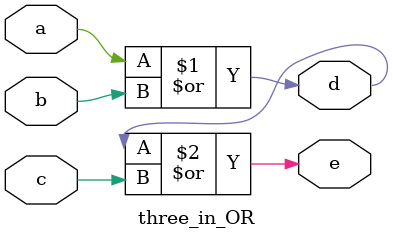
<source format=v>
`timescale 1ns / 1ps


module three_in_OR(
    input a, b, c,
    output d, e
);

assign d=a|b;
assign e=d|c;

endmodule

</source>
